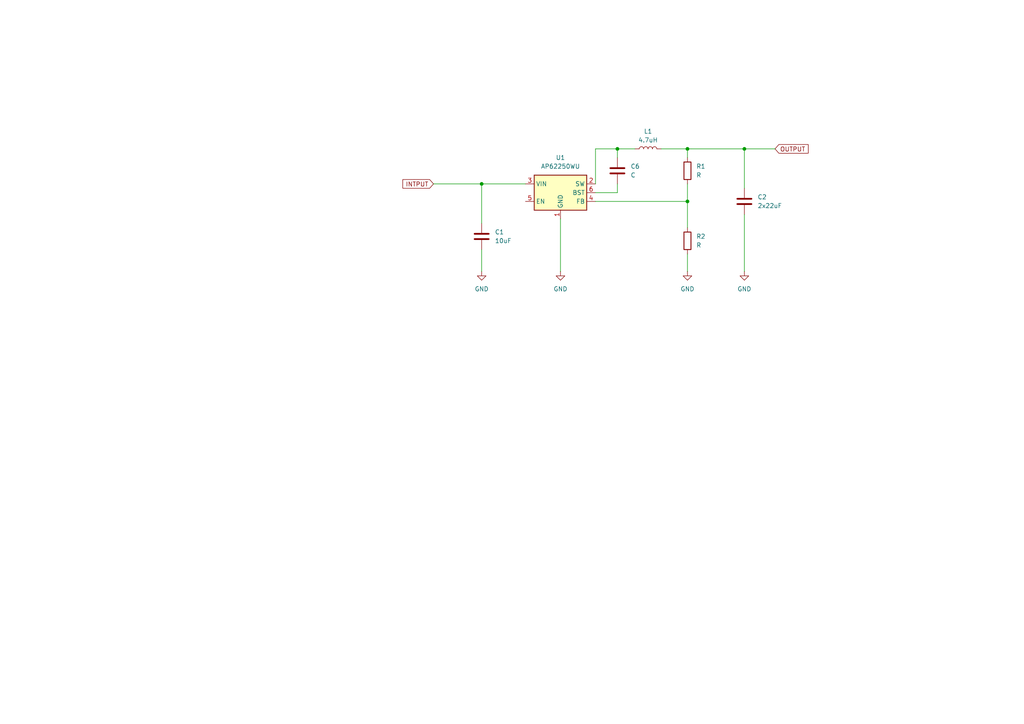
<source format=kicad_sch>
(kicad_sch (version 20231120) (generator "eeschema") (generator_version "8.0")
  (paper "A4")
  (lib_symbols
    (symbol "Device:C" (pin_numbers hide) (pin_names (offset 0.254))
      (property "Reference" "C" (at 0.635 2.54 0))
      (property "Value" "C" (at 0.635 -2.54 0))
      (symbol "C_0_1"
        (polyline (pts (xy -2.032 -0.762) (xy 2.032 -0.762)) (stroke (width 0.508)))
        (polyline (pts (xy -2.032 0.762) (xy 2.032 0.762)) (stroke (width 0.508)))
      )
      (symbol "C_1_1"
        (pin passive line (at 0 3.81 270) (length 2.794) (name "~") (number "1"))
        (pin passive line (at 0 -3.81 90) (length 2.794) (name "~") (number "2"))
      )
    )
    (symbol "Device:L" (pin_numbers hide) (pin_names (offset 1.016) hide)
      (property "Reference" "L" (at -1.27 0 90))
      (property "Value" "L" (at 1.905 0 90))
      (symbol "L_0_1"
        (arc (start 0 -2.54) (mid 0.6323 -1.905) (end 0 -1.27))
        (arc (start 0 -1.27) (mid 0.6323 -0.635) (end 0 0))
        (arc (start 0 0) (mid 0.6323 0.635) (end 0 1.27))
        (arc (start 0 1.27) (mid 0.6323 1.905) (end 0 2.54))
      )
      (symbol "L_1_1"
        (pin passive line (at 0 3.81 270) (length 1.27) (name "1") (number "1"))
        (pin passive line (at 0 -3.81 90) (length 1.27) (name "2") (number "2"))
      )
    )
    (symbol "Device:R" (pin_numbers hide) (pin_names (offset 0))
      (property "Reference" "R" (at 2.032 0 90))
      (property "Value" "R" (at 0 0 90))
      (symbol "R_0_1"
        (rectangle (start -1.016 -2.54) (end 1.016 2.54) (stroke (width 0.254)))
      )
      (symbol "R_1_1"
        (pin passive line (at 0 3.81 270) (length 1.27) (name "~") (number "1"))
        (pin passive line (at 0 -3.81 90) (length 1.27) (name "~") (number "2"))
      )
    )
    (symbol "Regulator_Switching:AP62250WU"
      (property "Reference" "U" (at -7.62 6.35 0))
      (property "Value" "AP62250WU" (at 6.35 -6.35 0))
      (symbol "AP62250WU_0_1"
        (rectangle (start -7.62 5.08) (end 7.62 -5.08) (stroke (width 0.254)) (fill (type background)))
      )
      (symbol "AP62250WU_1_1"
        (pin power_in line (at 0 -7.62 90) (length 2.54) (name "GND") (number "1"))
        (pin output line (at 10.16 2.54 180) (length 2.54) (name "SW") (number "2"))
        (pin power_in line (at -10.16 2.54 0) (length 2.54) (name "VIN") (number "3"))
        (pin input line (at 10.16 -2.54 180) (length 2.54) (name "FB") (number "4"))
        (pin passive line (at -10.16 -2.54 0) (length 2.54) (name "EN") (number "5"))
        (pin passive line (at 10.16 0 180) (length 2.54) (name "BST") (number "6"))
      )
    )
    (symbol "power:GND" (power) (pin_numbers hide) (pin_names (offset 0) hide)
      (property "Value" "GND" (at 0 -3.81 0))
      (symbol "GND_0_1"
        (polyline (pts (xy 0 0) (xy 0 -1.27) (xy 1.27 -1.27) (xy 0 -2.54) (xy -1.27 -1.27) (xy 0 -1.27)))
      )
      (symbol "GND_1_1"
        (pin power_in line (at 0 0 270) (length 0) (name "~") (number "1"))
      )
    )
  )
  (junction (at 199.39 43.18))
  (junction (at 179.07 43.18))
  (junction (at 139.7 53.34))
  (junction (at 215.9 43.18))
  (junction (at 199.39 58.42))
  (wire (pts (xy 199.39 45.72) (xy 199.39 43.18)))
  (wire (pts (xy 139.7 72.39) (xy 139.7 78.74)))
  (wire (pts (xy 179.07 55.88) (xy 179.07 53.34)))
  (wire (pts (xy 179.07 43.18) (xy 184.15 43.18)))
  (wire (pts (xy 139.7 53.34) (xy 152.4 53.34)))
  (wire (pts (xy 172.72 58.42) (xy 199.39 58.42)))
  (wire (pts (xy 179.07 43.18) (xy 179.07 45.72)))
  (wire (pts (xy 199.39 53.34) (xy 199.39 58.42)))
  (wire (pts (xy 172.72 55.88) (xy 179.07 55.88)))
  (wire (pts (xy 215.9 54.61) (xy 215.9 43.18)))
  (wire (pts (xy 139.7 64.77) (xy 139.7 53.34)))
  (wire (pts (xy 172.72 43.18) (xy 179.07 43.18)))
  (wire (pts (xy 199.39 73.66) (xy 199.39 78.74)))
  (wire (pts (xy 215.9 43.18) (xy 224.79 43.18)))
  (wire (pts (xy 215.9 43.18) (xy 199.39 43.18)))
  (wire (pts (xy 172.72 43.18) (xy 172.72 53.34)))
  (wire (pts (xy 191.77 43.18) (xy 199.39 43.18)))
  (wire (pts (xy 215.9 78.74) (xy 215.9 62.23)))
  (wire (pts (xy 162.56 78.74) (xy 162.56 63.5)))
  (wire (pts (xy 199.39 58.42) (xy 199.39 66.04)))
  (wire (pts (xy 125.73 53.34) (xy 139.7 53.34)))
  (global_label "OUTPUT" (shape input) (at 224.79 43.18 0) (property "Intersheetrefs" "${INTERSHEET_REFS}" (effects (hide yes))))
  (global_label "INTPUT" (shape input) (at 125.73 53.34 180) (property "Intersheetrefs" "${INTERSHEET_REFS}" (effects (hide yes))))
  (symbol (lib_id "power:GND") (at 199.39 78.74 0) (unit 1)
    (property "Reference" "#PWR02" (effects (hide yes)))
    (property "Value" "GND" (at 199.39 83.82 0))
    (property "Description" "Power symbol creates a global label with name \"GND\" , ground" (effects (hide yes)))
  )
  (symbol (lib_id "Regulator_Switching:AP62250WU") (at 162.56 55.88 0) (unit 1)
    (property "Reference" "U1" (at 162.56 45.72 0))
    (property "Value" "AP62250WU" (at 162.56 48.26 0))
    (property "Footprint" "Package_TO_SOT_SMD:TSOT-23-6" (effects (hide yes)))
    (property "Datasheet" "https://www.diodes.com/assets/Datasheets/AP62250.pdf" (effects (hide yes)))
    (property "Description" "2.5A, 1.3MHz Buck DC/DC Converter, 4.2V-18V input voltage, 0.8V-7V adjustable output voltage, TSOT-23-6" (effects (hide yes)))
  )
  (symbol (lib_id "power:GND") (at 139.7 78.74 0) (unit 1)
    (property "Reference" "#PWR01" (effects (hide yes)))
    (property "Value" "GND" (at 139.7 83.82 0))
    (property "Description" "Power symbol creates a global label with name \"GND\" , ground" (effects (hide yes)))
  )
  (symbol (lib_id "Device:C") (at 179.07 49.53 0) (unit 1)
    (property "Reference" "C6" (at 182.88 48.2599 0) (effects (justify left)))
    (property "Value" "C" (at 182.88 50.7999 0) (effects (justify left)))
    (property "Description" "Unpolarized capacitor" (effects (hide yes)))
  )
  (symbol (lib_id "power:GND") (at 215.9 78.74 0) (unit 1)
    (property "Reference" "#PWR03" (effects (hide yes)))
    (property "Value" "GND" (at 215.9 83.82 0))
    (property "Description" "Power symbol creates a global label with name \"GND\" , ground" (effects (hide yes)))
  )
  (symbol (lib_id "Device:C") (at 139.7 68.58 0) (unit 1)
    (property "Reference" "C1" (at 143.51 67.3099 0) (effects (justify left)))
    (property "Value" "10uF" (at 143.51 69.8499 0) (effects (justify left)))
    (property "Description" "Unpolarized capacitor" (effects (hide yes)))
  )
  (symbol (lib_id "Device:L") (at 187.96 43.18 90) (unit 1)
    (property "Reference" "L1" (at 187.96 38.1 90))
    (property "Value" "4.7uH" (at 187.96 40.64 90))
    (property "Description" "Inductor" (effects (hide yes)))
  )
  (symbol (lib_id "Device:R") (at 199.39 69.85 0) (unit 1)
    (property "Reference" "R2" (at 201.93 68.5799 0) (effects (justify left)))
    (property "Value" "R" (at 201.93 71.1199 0) (effects (justify left)))
    (property "Description" "Resistor" (effects (hide yes)))
  )
  (symbol (lib_id "Device:R") (at 199.39 49.53 0) (unit 1)
    (property "Reference" "R1" (at 201.93 48.2599 0) (effects (justify left)))
    (property "Value" "R" (at 201.93 50.7999 0) (effects (justify left)))
    (property "Description" "Resistor" (effects (hide yes)))
  )
  (symbol (lib_id "Device:C") (at 215.9 58.42 0) (unit 1)
    (property "Reference" "C2" (at 219.71 57.1499 0) (effects (justify left)))
    (property "Value" "2x22uF" (at 219.71 59.6899 0) (effects (justify left)))
    (property "Description" "Unpolarized capacitor" (effects (hide yes)))
  )
  (symbol (lib_id "power:GND") (at 162.56 78.74 0) (unit 1)
    (property "Reference" "#PWR04" (effects (hide yes)))
    (property "Value" "GND" (at 162.56 83.82 0))
    (property "Description" "Power symbol creates a global label with name \"GND\" , ground" (effects (hide yes)))
  )
)
</source>
